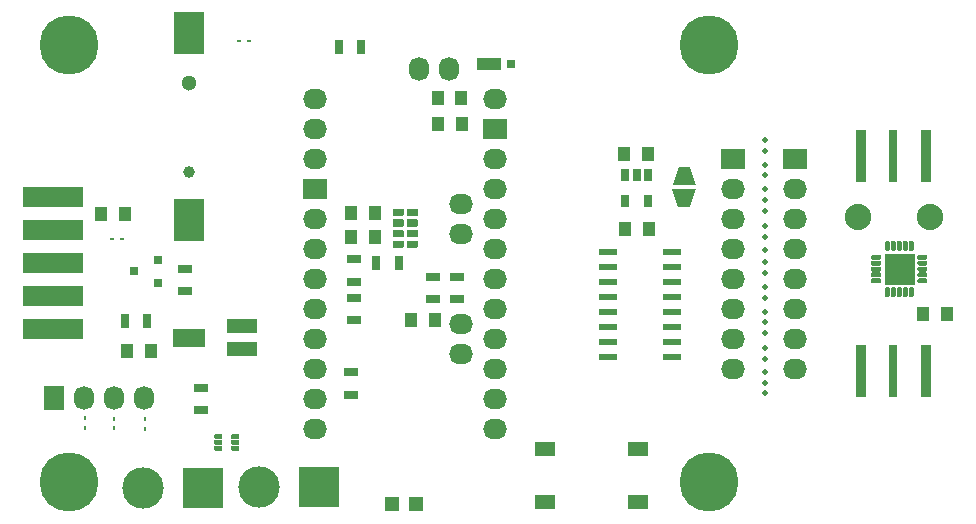
<source format=gbr>
G04 #@! TF.GenerationSoftware,KiCad,Pcbnew,(5.1.8-0-10_14)*
G04 #@! TF.CreationDate,2020-12-09T20:54:59-05:00*
G04 #@! TF.ProjectId,Arducon,41726475-636f-46e2-9e6b-696361645f70,rev?*
G04 #@! TF.SameCoordinates,Original*
G04 #@! TF.FileFunction,Soldermask,Top*
G04 #@! TF.FilePolarity,Negative*
%FSLAX46Y46*%
G04 Gerber Fmt 4.6, Leading zero omitted, Abs format (unit mm)*
G04 Created by KiCad (PCBNEW (5.1.8-0-10_14)) date 2020-12-09 20:54:59*
%MOMM*%
%LPD*%
G01*
G04 APERTURE LIST*
%ADD10C,0.100000*%
%ADD11R,1.250000X1.250000*%
%ADD12R,1.727200X2.032000*%
%ADD13O,1.727200X2.032000*%
%ADD14C,2.235200*%
%ADD15R,1.000000X1.250000*%
%ADD16R,0.700000X1.300000*%
%ADD17R,1.300000X0.700000*%
%ADD18C,5.000000*%
%ADD19O,2.032000X1.727200*%
%ADD20R,2.032000X1.727200*%
%ADD21C,0.500000*%
%ADD22R,0.812800X4.500000*%
%ADD23R,0.760000X4.500000*%
%ADD24R,2.600000X3.660000*%
%ADD25R,2.600000X3.540000*%
%ADD26C,1.000000*%
%ADD27C,1.300000*%
%ADD28R,1.198880X1.198880*%
%ADD29R,5.080000X1.778000*%
%ADD30R,3.500120X3.500120*%
%ADD31C,3.500120*%
%ADD32R,0.800100X0.800100*%
%ADD33R,2.700000X1.600000*%
%ADD34R,2.500000X1.200000*%
%ADD35R,1.750000X1.300000*%
%ADD36R,0.650000X1.060000*%
%ADD37R,1.500000X0.600000*%
%ADD38R,0.800000X0.800000*%
%ADD39R,2.000000X1.100000*%
%ADD40R,0.360000X0.250000*%
%ADD41R,0.250000X0.360000*%
G04 APERTURE END LIST*
D10*
G36*
X164820000Y-107720000D02*
G01*
X164820000Y-110220000D01*
X162320000Y-110220000D01*
X162320000Y-107710000D01*
X164820000Y-107720000D01*
G37*
X164820000Y-107720000D02*
X164820000Y-110220000D01*
X162320000Y-110220000D01*
X162320000Y-107710000D01*
X164820000Y-107720000D01*
G36*
G01*
X162675000Y-111360000D02*
X162465000Y-111360000D01*
G75*
G02*
X162360000Y-111255000I0J105000D01*
G01*
X162360000Y-110615000D01*
G75*
G02*
X162465000Y-110510000I105000J0D01*
G01*
X162675000Y-110510000D01*
G75*
G02*
X162780000Y-110615000I0J-105000D01*
G01*
X162780000Y-111255000D01*
G75*
G02*
X162675000Y-111360000I-105000J0D01*
G01*
G37*
G36*
G01*
X163175000Y-111360000D02*
X162965000Y-111360000D01*
G75*
G02*
X162860000Y-111255000I0J105000D01*
G01*
X162860000Y-110615000D01*
G75*
G02*
X162965000Y-110510000I105000J0D01*
G01*
X163175000Y-110510000D01*
G75*
G02*
X163280000Y-110615000I0J-105000D01*
G01*
X163280000Y-111255000D01*
G75*
G02*
X163175000Y-111360000I-105000J0D01*
G01*
G37*
G36*
G01*
X163675000Y-111360000D02*
X163465000Y-111360000D01*
G75*
G02*
X163360000Y-111255000I0J105000D01*
G01*
X163360000Y-110615000D01*
G75*
G02*
X163465000Y-110510000I105000J0D01*
G01*
X163675000Y-110510000D01*
G75*
G02*
X163780000Y-110615000I0J-105000D01*
G01*
X163780000Y-111255000D01*
G75*
G02*
X163675000Y-111360000I-105000J0D01*
G01*
G37*
G36*
G01*
X164175000Y-111360000D02*
X163965000Y-111360000D01*
G75*
G02*
X163860000Y-111255000I0J105000D01*
G01*
X163860000Y-110615000D01*
G75*
G02*
X163965000Y-110510000I105000J0D01*
G01*
X164175000Y-110510000D01*
G75*
G02*
X164280000Y-110615000I0J-105000D01*
G01*
X164280000Y-111255000D01*
G75*
G02*
X164175000Y-111360000I-105000J0D01*
G01*
G37*
G36*
G01*
X164675000Y-111360000D02*
X164465000Y-111360000D01*
G75*
G02*
X164360000Y-111255000I0J105000D01*
G01*
X164360000Y-110615000D01*
G75*
G02*
X164465000Y-110510000I105000J0D01*
G01*
X164675000Y-110510000D01*
G75*
G02*
X164780000Y-110615000I0J-105000D01*
G01*
X164780000Y-111255000D01*
G75*
G02*
X164675000Y-111360000I-105000J0D01*
G01*
G37*
G36*
G01*
X165960000Y-109865000D02*
X165960000Y-110075000D01*
G75*
G02*
X165855000Y-110180000I-105000J0D01*
G01*
X165215000Y-110180000D01*
G75*
G02*
X165110000Y-110075000I0J105000D01*
G01*
X165110000Y-109865000D01*
G75*
G02*
X165215000Y-109760000I105000J0D01*
G01*
X165855000Y-109760000D01*
G75*
G02*
X165960000Y-109865000I0J-105000D01*
G01*
G37*
G36*
G01*
X165960000Y-109365000D02*
X165960000Y-109575000D01*
G75*
G02*
X165855000Y-109680000I-105000J0D01*
G01*
X165215000Y-109680000D01*
G75*
G02*
X165110000Y-109575000I0J105000D01*
G01*
X165110000Y-109365000D01*
G75*
G02*
X165215000Y-109260000I105000J0D01*
G01*
X165855000Y-109260000D01*
G75*
G02*
X165960000Y-109365000I0J-105000D01*
G01*
G37*
G36*
G01*
X165960000Y-108865000D02*
X165960000Y-109075000D01*
G75*
G02*
X165855000Y-109180000I-105000J0D01*
G01*
X165215000Y-109180000D01*
G75*
G02*
X165110000Y-109075000I0J105000D01*
G01*
X165110000Y-108865000D01*
G75*
G02*
X165215000Y-108760000I105000J0D01*
G01*
X165855000Y-108760000D01*
G75*
G02*
X165960000Y-108865000I0J-105000D01*
G01*
G37*
G36*
G01*
X165960000Y-108365000D02*
X165960000Y-108575000D01*
G75*
G02*
X165855000Y-108680000I-105000J0D01*
G01*
X165215000Y-108680000D01*
G75*
G02*
X165110000Y-108575000I0J105000D01*
G01*
X165110000Y-108365000D01*
G75*
G02*
X165215000Y-108260000I105000J0D01*
G01*
X165855000Y-108260000D01*
G75*
G02*
X165960000Y-108365000I0J-105000D01*
G01*
G37*
G36*
G01*
X165960000Y-107865000D02*
X165960000Y-108075000D01*
G75*
G02*
X165855000Y-108180000I-105000J0D01*
G01*
X165215000Y-108180000D01*
G75*
G02*
X165110000Y-108075000I0J105000D01*
G01*
X165110000Y-107865000D01*
G75*
G02*
X165215000Y-107760000I105000J0D01*
G01*
X165855000Y-107760000D01*
G75*
G02*
X165960000Y-107865000I0J-105000D01*
G01*
G37*
G36*
G01*
X164675000Y-107430000D02*
X164465000Y-107430000D01*
G75*
G02*
X164360000Y-107325000I0J105000D01*
G01*
X164360000Y-106685000D01*
G75*
G02*
X164465000Y-106580000I105000J0D01*
G01*
X164675000Y-106580000D01*
G75*
G02*
X164780000Y-106685000I0J-105000D01*
G01*
X164780000Y-107325000D01*
G75*
G02*
X164675000Y-107430000I-105000J0D01*
G01*
G37*
G36*
G01*
X164175000Y-107430000D02*
X163965000Y-107430000D01*
G75*
G02*
X163860000Y-107325000I0J105000D01*
G01*
X163860000Y-106685000D01*
G75*
G02*
X163965000Y-106580000I105000J0D01*
G01*
X164175000Y-106580000D01*
G75*
G02*
X164280000Y-106685000I0J-105000D01*
G01*
X164280000Y-107325000D01*
G75*
G02*
X164175000Y-107430000I-105000J0D01*
G01*
G37*
G36*
G01*
X163675000Y-107430000D02*
X163465000Y-107430000D01*
G75*
G02*
X163360000Y-107325000I0J105000D01*
G01*
X163360000Y-106685000D01*
G75*
G02*
X163465000Y-106580000I105000J0D01*
G01*
X163675000Y-106580000D01*
G75*
G02*
X163780000Y-106685000I0J-105000D01*
G01*
X163780000Y-107325000D01*
G75*
G02*
X163675000Y-107430000I-105000J0D01*
G01*
G37*
G36*
G01*
X163175000Y-107430000D02*
X162965000Y-107430000D01*
G75*
G02*
X162860000Y-107325000I0J105000D01*
G01*
X162860000Y-106685000D01*
G75*
G02*
X162965000Y-106580000I105000J0D01*
G01*
X163175000Y-106580000D01*
G75*
G02*
X163280000Y-106685000I0J-105000D01*
G01*
X163280000Y-107325000D01*
G75*
G02*
X163175000Y-107430000I-105000J0D01*
G01*
G37*
G36*
G01*
X162675000Y-107430000D02*
X162465000Y-107430000D01*
G75*
G02*
X162360000Y-107325000I0J105000D01*
G01*
X162360000Y-106685000D01*
G75*
G02*
X162465000Y-106580000I105000J0D01*
G01*
X162675000Y-106580000D01*
G75*
G02*
X162780000Y-106685000I0J-105000D01*
G01*
X162780000Y-107325000D01*
G75*
G02*
X162675000Y-107430000I-105000J0D01*
G01*
G37*
G36*
G01*
X162030000Y-107865000D02*
X162030000Y-108075000D01*
G75*
G02*
X161925000Y-108180000I-105000J0D01*
G01*
X161285000Y-108180000D01*
G75*
G02*
X161180000Y-108075000I0J105000D01*
G01*
X161180000Y-107865000D01*
G75*
G02*
X161285000Y-107760000I105000J0D01*
G01*
X161925000Y-107760000D01*
G75*
G02*
X162030000Y-107865000I0J-105000D01*
G01*
G37*
G36*
G01*
X162030000Y-108365000D02*
X162030000Y-108575000D01*
G75*
G02*
X161925000Y-108680000I-105000J0D01*
G01*
X161285000Y-108680000D01*
G75*
G02*
X161180000Y-108575000I0J105000D01*
G01*
X161180000Y-108365000D01*
G75*
G02*
X161285000Y-108260000I105000J0D01*
G01*
X161925000Y-108260000D01*
G75*
G02*
X162030000Y-108365000I0J-105000D01*
G01*
G37*
G36*
G01*
X162030000Y-108865000D02*
X162030000Y-109075000D01*
G75*
G02*
X161925000Y-109180000I-105000J0D01*
G01*
X161285000Y-109180000D01*
G75*
G02*
X161180000Y-109075000I0J105000D01*
G01*
X161180000Y-108865000D01*
G75*
G02*
X161285000Y-108760000I105000J0D01*
G01*
X161925000Y-108760000D01*
G75*
G02*
X162030000Y-108865000I0J-105000D01*
G01*
G37*
G36*
G01*
X162030000Y-109365000D02*
X162030000Y-109575000D01*
G75*
G02*
X161925000Y-109680000I-105000J0D01*
G01*
X161285000Y-109680000D01*
G75*
G02*
X161180000Y-109575000I0J105000D01*
G01*
X161180000Y-109365000D01*
G75*
G02*
X161285000Y-109260000I105000J0D01*
G01*
X161925000Y-109260000D01*
G75*
G02*
X162030000Y-109365000I0J-105000D01*
G01*
G37*
G36*
G01*
X162030000Y-109865000D02*
X162030000Y-110075000D01*
G75*
G02*
X161925000Y-110180000I-105000J0D01*
G01*
X161285000Y-110180000D01*
G75*
G02*
X161180000Y-110075000I0J105000D01*
G01*
X161180000Y-109865000D01*
G75*
G02*
X161285000Y-109760000I105000J0D01*
G01*
X161925000Y-109760000D01*
G75*
G02*
X162030000Y-109865000I0J-105000D01*
G01*
G37*
D11*
X164195000Y-108345000D03*
X162945000Y-108345000D03*
X164195000Y-109595000D03*
X162945000Y-109595000D03*
D12*
X92020000Y-119920000D03*
D13*
X94560000Y-119920000D03*
X97100000Y-119920000D03*
X99640000Y-119920000D03*
D14*
X160080000Y-104550000D03*
X166130000Y-104550000D03*
D15*
X122270000Y-113300000D03*
X124270000Y-113300000D03*
X117180000Y-106270000D03*
X119180000Y-106270000D03*
X98000000Y-104340000D03*
X96000000Y-104340000D03*
X126480000Y-94490000D03*
X124480000Y-94490000D03*
X142270000Y-99270000D03*
X140270000Y-99270000D03*
X140390000Y-105600000D03*
X142390000Y-105600000D03*
X100200000Y-115890000D03*
X98200000Y-115890000D03*
X117180000Y-104240000D03*
X119180000Y-104240000D03*
X126510000Y-96670000D03*
X124510000Y-96670000D03*
X167600000Y-112780000D03*
X165600000Y-112780000D03*
D16*
X121190000Y-108480000D03*
X119290000Y-108480000D03*
D17*
X124060000Y-111530000D03*
X124060000Y-109630000D03*
X117390000Y-110050000D03*
X117390000Y-108150000D03*
X117390000Y-113290000D03*
X117390000Y-111390000D03*
X117150000Y-117710000D03*
X117150000Y-119610000D03*
X103080000Y-108930000D03*
X103080000Y-110830000D03*
X104490000Y-119020000D03*
X104490000Y-120920000D03*
D16*
X98000000Y-113360000D03*
X99900000Y-113360000D03*
D17*
X126120000Y-109630000D03*
X126120000Y-111530000D03*
D18*
X93300000Y-127000000D03*
X147500000Y-127000000D03*
X147500000Y-90000000D03*
X93300000Y-90000000D03*
D19*
X126430000Y-113630000D03*
X126430000Y-116170000D03*
X126430000Y-106010000D03*
X126430000Y-103470000D03*
X129350000Y-122520000D03*
X129350000Y-119980000D03*
X114095100Y-122520000D03*
X114095100Y-119980000D03*
X129350000Y-117440000D03*
X129350000Y-114900000D03*
X129350000Y-112360000D03*
X129350000Y-109820000D03*
X129350000Y-107280000D03*
X129350000Y-104740000D03*
X129350000Y-102200000D03*
X129350000Y-99660000D03*
D20*
X129350000Y-97120000D03*
D19*
X129340000Y-94580000D03*
X114095100Y-117465400D03*
X114095100Y-114925400D03*
X114095100Y-112385400D03*
X114095100Y-109845400D03*
X114095100Y-107305400D03*
X114095100Y-104765400D03*
D20*
X114095100Y-102225400D03*
D19*
X114095100Y-99685400D03*
X114095100Y-97145400D03*
X114100000Y-94605400D03*
D13*
X125472850Y-92065150D03*
X122932850Y-92065150D03*
D21*
X152180000Y-98050000D03*
X152180000Y-98960000D03*
X152180000Y-100120000D03*
X152180000Y-101040000D03*
X152180000Y-102210000D03*
X152180000Y-103140000D03*
X152180000Y-104080000D03*
X152180000Y-105310000D03*
X152180000Y-106220000D03*
X152180000Y-107400000D03*
X152180000Y-108340000D03*
X152180000Y-109270000D03*
X152180000Y-110470000D03*
X152180000Y-111400000D03*
X152180000Y-112570000D03*
X152180000Y-117700000D03*
X152180000Y-113490000D03*
X152180000Y-114410000D03*
X152180000Y-115630000D03*
X152180000Y-116550000D03*
X152180000Y-118600000D03*
X152180000Y-119490000D03*
D22*
X160300000Y-117570000D03*
D23*
X163070000Y-117570000D03*
D22*
X165840000Y-117570000D03*
X165840000Y-99400000D03*
D23*
X163070000Y-99400000D03*
D22*
X160300000Y-99400000D03*
G36*
G01*
X122740000Y-104480000D02*
X121940000Y-104480000D01*
G75*
G02*
X121880000Y-104420000I0J60000D01*
G01*
X121880000Y-103920000D01*
G75*
G02*
X121940000Y-103860000I60000J0D01*
G01*
X122740000Y-103860000D01*
G75*
G02*
X122800000Y-103920000I0J-60000D01*
G01*
X122800000Y-104420000D01*
G75*
G02*
X122740000Y-104480000I-60000J0D01*
G01*
G37*
G36*
G01*
X122740000Y-105380000D02*
X121940000Y-105380000D01*
G75*
G02*
X121880000Y-105320000I0J60000D01*
G01*
X121880000Y-104820000D01*
G75*
G02*
X121940000Y-104760000I60000J0D01*
G01*
X122740000Y-104760000D01*
G75*
G02*
X122800000Y-104820000I0J-60000D01*
G01*
X122800000Y-105320000D01*
G75*
G02*
X122740000Y-105380000I-60000J0D01*
G01*
G37*
G36*
G01*
X122740000Y-106280000D02*
X121940000Y-106280000D01*
G75*
G02*
X121880000Y-106220000I0J60000D01*
G01*
X121880000Y-105720000D01*
G75*
G02*
X121940000Y-105660000I60000J0D01*
G01*
X122740000Y-105660000D01*
G75*
G02*
X122800000Y-105720000I0J-60000D01*
G01*
X122800000Y-106220000D01*
G75*
G02*
X122740000Y-106280000I-60000J0D01*
G01*
G37*
G36*
G01*
X122740000Y-107180000D02*
X121940000Y-107180000D01*
G75*
G02*
X121880000Y-107120000I0J60000D01*
G01*
X121880000Y-106620000D01*
G75*
G02*
X121940000Y-106560000I60000J0D01*
G01*
X122740000Y-106560000D01*
G75*
G02*
X122800000Y-106620000I0J-60000D01*
G01*
X122800000Y-107120000D01*
G75*
G02*
X122740000Y-107180000I-60000J0D01*
G01*
G37*
G36*
G01*
X121540000Y-104480000D02*
X120740000Y-104480000D01*
G75*
G02*
X120680000Y-104420000I0J60000D01*
G01*
X120680000Y-103920000D01*
G75*
G02*
X120740000Y-103860000I60000J0D01*
G01*
X121540000Y-103860000D01*
G75*
G02*
X121600000Y-103920000I0J-60000D01*
G01*
X121600000Y-104420000D01*
G75*
G02*
X121540000Y-104480000I-60000J0D01*
G01*
G37*
G36*
G01*
X121540000Y-105380000D02*
X120740000Y-105380000D01*
G75*
G02*
X120680000Y-105320000I0J60000D01*
G01*
X120680000Y-104820000D01*
G75*
G02*
X120740000Y-104760000I60000J0D01*
G01*
X121540000Y-104760000D01*
G75*
G02*
X121600000Y-104820000I0J-60000D01*
G01*
X121600000Y-105320000D01*
G75*
G02*
X121540000Y-105380000I-60000J0D01*
G01*
G37*
G36*
G01*
X121540000Y-106280000D02*
X120740000Y-106280000D01*
G75*
G02*
X120680000Y-106220000I0J60000D01*
G01*
X120680000Y-105720000D01*
G75*
G02*
X120740000Y-105660000I60000J0D01*
G01*
X121540000Y-105660000D01*
G75*
G02*
X121600000Y-105720000I0J-60000D01*
G01*
X121600000Y-106220000D01*
G75*
G02*
X121540000Y-106280000I-60000J0D01*
G01*
G37*
G36*
G01*
X121540000Y-107180000D02*
X120740000Y-107180000D01*
G75*
G02*
X120680000Y-107120000I0J60000D01*
G01*
X120680000Y-106620000D01*
G75*
G02*
X120740000Y-106560000I60000J0D01*
G01*
X121540000Y-106560000D01*
G75*
G02*
X121600000Y-106620000I0J-60000D01*
G01*
X121600000Y-107120000D01*
G75*
G02*
X121540000Y-107180000I-60000J0D01*
G01*
G37*
D24*
X103460000Y-104800000D03*
D25*
X103460000Y-89000000D03*
D26*
X103460000Y-100730000D03*
D27*
X103460000Y-93230000D03*
D28*
X120590980Y-128880000D03*
X122689020Y-128880000D03*
D29*
X91940000Y-105706000D03*
X91940000Y-108500000D03*
X91940000Y-111294000D03*
X91940000Y-114088000D03*
X91940000Y-102912000D03*
D30*
X104580000Y-127500000D03*
D31*
X99500000Y-127500000D03*
D32*
X100790760Y-110120000D03*
X100790760Y-108220000D03*
X98791780Y-109170000D03*
G36*
G01*
X106186770Y-124360240D02*
X105635590Y-124360240D01*
G75*
G02*
X105575590Y-124300240I0J60000D01*
G01*
X105575590Y-124000520D01*
G75*
G02*
X105635590Y-123940520I60000J0D01*
G01*
X106186770Y-123940520D01*
G75*
G02*
X106246770Y-124000520I0J-60000D01*
G01*
X106246770Y-124300240D01*
G75*
G02*
X106186770Y-124360240I-60000J0D01*
G01*
G37*
G36*
G01*
X106186770Y-123859860D02*
X105635590Y-123859860D01*
G75*
G02*
X105575590Y-123799860I0J60000D01*
G01*
X105575590Y-123500140D01*
G75*
G02*
X105635590Y-123440140I60000J0D01*
G01*
X106186770Y-123440140D01*
G75*
G02*
X106246770Y-123500140I0J-60000D01*
G01*
X106246770Y-123799860D01*
G75*
G02*
X106186770Y-123859860I-60000J0D01*
G01*
G37*
G36*
G01*
X106186770Y-123359480D02*
X105635590Y-123359480D01*
G75*
G02*
X105575590Y-123299480I0J60000D01*
G01*
X105575590Y-122999760D01*
G75*
G02*
X105635590Y-122939760I60000J0D01*
G01*
X106186770Y-122939760D01*
G75*
G02*
X106246770Y-122999760I0J-60000D01*
G01*
X106246770Y-123299480D01*
G75*
G02*
X106186770Y-123359480I-60000J0D01*
G01*
G37*
G36*
G01*
X107624410Y-123359480D02*
X107073230Y-123359480D01*
G75*
G02*
X107013230Y-123299480I0J60000D01*
G01*
X107013230Y-122999760D01*
G75*
G02*
X107073230Y-122939760I60000J0D01*
G01*
X107624410Y-122939760D01*
G75*
G02*
X107684410Y-122999760I0J-60000D01*
G01*
X107684410Y-123299480D01*
G75*
G02*
X107624410Y-123359480I-60000J0D01*
G01*
G37*
G36*
G01*
X107624410Y-123859860D02*
X107073230Y-123859860D01*
G75*
G02*
X107013230Y-123799860I0J60000D01*
G01*
X107013230Y-123500140D01*
G75*
G02*
X107073230Y-123440140I60000J0D01*
G01*
X107624410Y-123440140D01*
G75*
G02*
X107684410Y-123500140I0J-60000D01*
G01*
X107684410Y-123799860D01*
G75*
G02*
X107624410Y-123859860I-60000J0D01*
G01*
G37*
G36*
G01*
X107624410Y-124360240D02*
X107073230Y-124360240D01*
G75*
G02*
X107013230Y-124300240I0J60000D01*
G01*
X107013230Y-124000520D01*
G75*
G02*
X107073230Y-123940520I60000J0D01*
G01*
X107624410Y-123940520D01*
G75*
G02*
X107684410Y-124000520I0J-60000D01*
G01*
X107684410Y-124300240D01*
G75*
G02*
X107624410Y-124360240I-60000J0D01*
G01*
G37*
D33*
X103430000Y-114770000D03*
D34*
X107930000Y-115770000D03*
X107930000Y-113770000D03*
D10*
G36*
X146380570Y-101844570D02*
G01*
X144379430Y-101844570D01*
X144879430Y-100343430D01*
X145880570Y-100343430D01*
X146380570Y-101844570D01*
G37*
G36*
X144368000Y-102164000D02*
G01*
X146392000Y-102164000D01*
X145892000Y-103688000D01*
X144868000Y-103688000D01*
X144368000Y-102164000D01*
G37*
D35*
X141410000Y-124210000D03*
X133610000Y-124210000D03*
X133610000Y-128710000D03*
X141410000Y-128710000D03*
D36*
X142280000Y-100980000D03*
X141330000Y-100980000D03*
X140380000Y-100980000D03*
X140380000Y-103180000D03*
X142280000Y-103180000D03*
D37*
X138930000Y-107565000D03*
X138930000Y-108835000D03*
X138930000Y-110105000D03*
X138930000Y-111375000D03*
X138930000Y-112645000D03*
X138930000Y-113915000D03*
X138930000Y-115185000D03*
X138930000Y-116455000D03*
X144330000Y-116455000D03*
X144330000Y-115185000D03*
X144330000Y-113915000D03*
X144330000Y-112645000D03*
X144330000Y-111375000D03*
X144330000Y-110105000D03*
X144330000Y-108835000D03*
X144330000Y-107565000D03*
D38*
X130700000Y-91590000D03*
D39*
X128800000Y-91590000D03*
D20*
X149520000Y-99640000D03*
D19*
X149520000Y-102180000D03*
X149520000Y-104720000D03*
X149520000Y-107260000D03*
X149520000Y-109800000D03*
X149520000Y-112340000D03*
X149520000Y-114880000D03*
X149520000Y-117420000D03*
X154710000Y-117420000D03*
X154710000Y-114880000D03*
X154710000Y-112340000D03*
X154710000Y-109800000D03*
X154710000Y-107260000D03*
X154710000Y-104720000D03*
X154710000Y-102180000D03*
D20*
X154710000Y-99640000D03*
D30*
X114430000Y-127450000D03*
D31*
X109350000Y-127450000D03*
D40*
X96905000Y-106400000D03*
X97745000Y-106400000D03*
X108495000Y-89625000D03*
X107655000Y-89625000D03*
D41*
X94600000Y-121605000D03*
X94600000Y-122445000D03*
X97075000Y-122470000D03*
X97075000Y-121630000D03*
X99700000Y-121655000D03*
X99700000Y-122495000D03*
D16*
X118000000Y-90150000D03*
X116100000Y-90150000D03*
M02*

</source>
